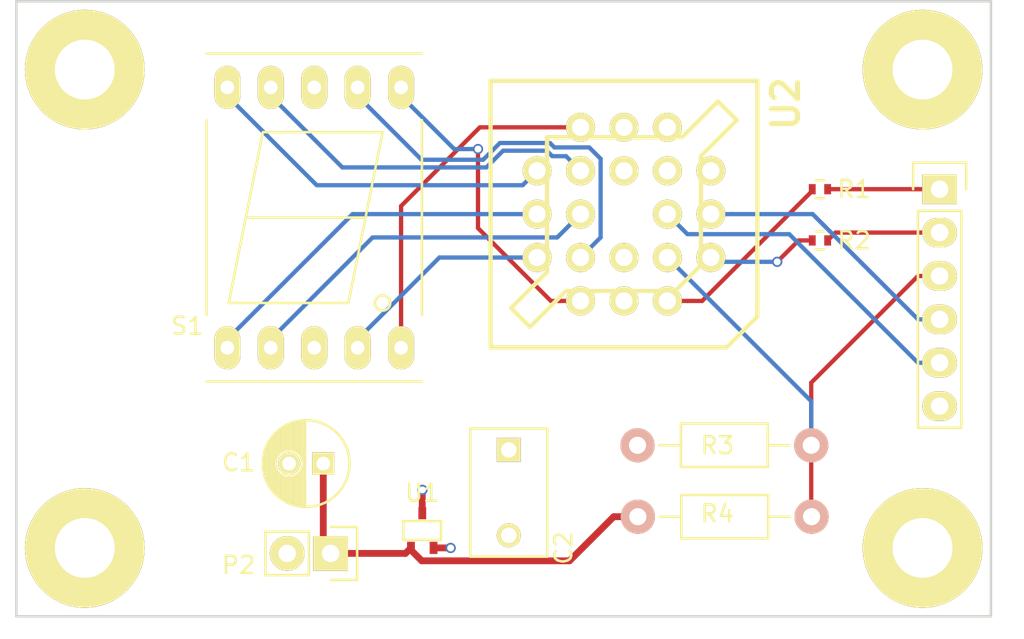
<source format=kicad_pcb>
(kicad_pcb (version 4) (host pcbnew 4.0.4+e1-6308~48~ubuntu16.04.1-stable)

  (general
    (links 31)
    (no_connects 31)
    (area 131.966667 98.924999 192.033334 136.575)
    (thickness 1.6)
    (drawings 4)
    (tracks 124)
    (zones 0)
    (modules 15)
    (nets 27)
  )

  (page A4)
  (layers
    (0 F.Cu signal)
    (1 In1.Cu signal)
    (2 In2.Cu signal)
    (31 B.Cu signal)
    (33 F.Adhes user)
    (35 F.Paste user)
    (37 F.SilkS user)
    (39 F.Mask user)
    (40 Dwgs.User user)
    (41 Cmts.User user)
    (42 Eco1.User user)
    (43 Eco2.User user)
    (44 Edge.Cuts user)
    (45 Margin user)
    (47 F.CrtYd user)
    (49 F.Fab user)
  )

  (setup
    (last_trace_width 0.25)
    (trace_clearance 0.2)
    (zone_clearance 0.508)
    (zone_45_only no)
    (trace_min 0.2)
    (segment_width 0.2)
    (edge_width 0.15)
    (via_size 0.6)
    (via_drill 0.4)
    (via_min_size 0.4)
    (via_min_drill 0.3)
    (user_via 1 0.7)
    (uvia_size 0.3)
    (uvia_drill 0.1)
    (uvias_allowed no)
    (uvia_min_size 0.2)
    (uvia_min_drill 0.1)
    (pcb_text_width 0.3)
    (pcb_text_size 1.5 1.5)
    (mod_edge_width 0.15)
    (mod_text_size 1 1)
    (mod_text_width 0.15)
    (pad_size 1.524 1.524)
    (pad_drill 0.762)
    (pad_to_mask_clearance 0.2)
    (aux_axis_origin 0 0)
    (visible_elements FFFEEF7F)
    (pcbplotparams
      (layerselection 0x00030_80000001)
      (usegerberextensions false)
      (excludeedgelayer true)
      (linewidth 0.100000)
      (plotframeref false)
      (viasonmask false)
      (mode 1)
      (useauxorigin false)
      (hpglpennumber 1)
      (hpglpenspeed 20)
      (hpglpendiameter 15)
      (hpglpenoverlay 2)
      (psnegative false)
      (psa4output false)
      (plotreference true)
      (plotvalue true)
      (plotinvisibletext false)
      (padsonsilk false)
      (subtractmaskfromsilk false)
      (outputformat 1)
      (mirror false)
      (drillshape 1)
      (scaleselection 1)
      (outputdirectory ""))
  )

  (net 0 "")
  (net 1 /12V)
  (net 2 GND)
  (net 3 +3V3)
  (net 4 "Net-(P1-Pad1)")
  (net 5 "Net-(P1-Pad2)")
  (net 6 /DIV)
  (net 7 "Net-(P1-Pad4)")
  (net 8 "Net-(P1-Pad5)")
  (net 9 "Net-(R1-Pad1)")
  (net 10 "Net-(R2-Pad1)")
  (net 11 "Net-(S1-Pad1)")
  (net 12 "Net-(S1-Pad2)")
  (net 13 "Net-(S1-Pad4)")
  (net 14 "Net-(S1-Pad5)")
  (net 15 "Net-(S1-Pad6)")
  (net 16 "Net-(S1-Pad7)")
  (net 17 "Net-(S1-Pad9)")
  (net 18 "Net-(S1-Pad10)")
  (net 19 "Net-(U2-Pad9)")
  (net 20 "Net-(U2-Pad10)")
  (net 21 "Net-(U2-Pad11)")
  (net 22 "Net-(U2-Pad12)")
  (net 23 "Net-(P3-Pad1)")
  (net 24 "Net-(P4-Pad1)")
  (net 25 "Net-(P5-Pad1)")
  (net 26 "Net-(P6-Pad1)")

  (net_class Default "This is the default net class."
    (clearance 0.2)
    (trace_width 0.25)
    (via_dia 0.6)
    (via_drill 0.4)
    (uvia_dia 0.3)
    (uvia_drill 0.1)
    (add_net /DIV)
    (add_net "Net-(P1-Pad1)")
    (add_net "Net-(P1-Pad2)")
    (add_net "Net-(P1-Pad4)")
    (add_net "Net-(P1-Pad5)")
    (add_net "Net-(P3-Pad1)")
    (add_net "Net-(P4-Pad1)")
    (add_net "Net-(P5-Pad1)")
    (add_net "Net-(P6-Pad1)")
    (add_net "Net-(R1-Pad1)")
    (add_net "Net-(R2-Pad1)")
    (add_net "Net-(S1-Pad1)")
    (add_net "Net-(S1-Pad10)")
    (add_net "Net-(S1-Pad2)")
    (add_net "Net-(S1-Pad4)")
    (add_net "Net-(S1-Pad5)")
    (add_net "Net-(S1-Pad6)")
    (add_net "Net-(S1-Pad7)")
    (add_net "Net-(S1-Pad9)")
    (add_net "Net-(U2-Pad10)")
    (add_net "Net-(U2-Pad11)")
    (add_net "Net-(U2-Pad12)")
    (add_net "Net-(U2-Pad9)")
  )

  (net_class POWER ""
    (clearance 0.2)
    (trace_width 0.4)
    (via_dia 0.6)
    (via_drill 0.4)
    (uvia_dia 0.3)
    (uvia_drill 0.1)
    (add_net +3V3)
    (add_net /12V)
    (add_net GND)
  )

  (module Capacitors_ThroughHole:C_Radial_D5_L11_P2 (layer F.Cu) (tedit 57FF91BA) (tstamp 57FF8CFB)
    (at 150.95 126.06 180)
    (descr "Radial Electrolytic Capacitor 5mm x Length 11mm, Pitch 2mm")
    (tags "Electrolytic Capacitor")
    (path /57FF7B06)
    (fp_text reference C1 (at 4.95 0.06 180) (layer F.SilkS)
      (effects (font (size 1 1) (thickness 0.15)))
    )
    (fp_text value C (at 1 3.8 180) (layer F.Fab)
      (effects (font (size 1 1) (thickness 0.15)))
    )
    (fp_line (start 1.075 -2.499) (end 1.075 2.499) (layer F.SilkS) (width 0.15))
    (fp_line (start 1.215 -2.491) (end 1.215 -0.154) (layer F.SilkS) (width 0.15))
    (fp_line (start 1.215 0.154) (end 1.215 2.491) (layer F.SilkS) (width 0.15))
    (fp_line (start 1.355 -2.475) (end 1.355 -0.473) (layer F.SilkS) (width 0.15))
    (fp_line (start 1.355 0.473) (end 1.355 2.475) (layer F.SilkS) (width 0.15))
    (fp_line (start 1.495 -2.451) (end 1.495 -0.62) (layer F.SilkS) (width 0.15))
    (fp_line (start 1.495 0.62) (end 1.495 2.451) (layer F.SilkS) (width 0.15))
    (fp_line (start 1.635 -2.418) (end 1.635 -0.712) (layer F.SilkS) (width 0.15))
    (fp_line (start 1.635 0.712) (end 1.635 2.418) (layer F.SilkS) (width 0.15))
    (fp_line (start 1.775 -2.377) (end 1.775 -0.768) (layer F.SilkS) (width 0.15))
    (fp_line (start 1.775 0.768) (end 1.775 2.377) (layer F.SilkS) (width 0.15))
    (fp_line (start 1.915 -2.327) (end 1.915 -0.795) (layer F.SilkS) (width 0.15))
    (fp_line (start 1.915 0.795) (end 1.915 2.327) (layer F.SilkS) (width 0.15))
    (fp_line (start 2.055 -2.266) (end 2.055 -0.798) (layer F.SilkS) (width 0.15))
    (fp_line (start 2.055 0.798) (end 2.055 2.266) (layer F.SilkS) (width 0.15))
    (fp_line (start 2.195 -2.196) (end 2.195 -0.776) (layer F.SilkS) (width 0.15))
    (fp_line (start 2.195 0.776) (end 2.195 2.196) (layer F.SilkS) (width 0.15))
    (fp_line (start 2.335 -2.114) (end 2.335 -0.726) (layer F.SilkS) (width 0.15))
    (fp_line (start 2.335 0.726) (end 2.335 2.114) (layer F.SilkS) (width 0.15))
    (fp_line (start 2.475 -2.019) (end 2.475 -0.644) (layer F.SilkS) (width 0.15))
    (fp_line (start 2.475 0.644) (end 2.475 2.019) (layer F.SilkS) (width 0.15))
    (fp_line (start 2.615 -1.908) (end 2.615 -0.512) (layer F.SilkS) (width 0.15))
    (fp_line (start 2.615 0.512) (end 2.615 1.908) (layer F.SilkS) (width 0.15))
    (fp_line (start 2.755 -1.78) (end 2.755 -0.265) (layer F.SilkS) (width 0.15))
    (fp_line (start 2.755 0.265) (end 2.755 1.78) (layer F.SilkS) (width 0.15))
    (fp_line (start 2.895 -1.631) (end 2.895 1.631) (layer F.SilkS) (width 0.15))
    (fp_line (start 3.035 -1.452) (end 3.035 1.452) (layer F.SilkS) (width 0.15))
    (fp_line (start 3.175 -1.233) (end 3.175 1.233) (layer F.SilkS) (width 0.15))
    (fp_line (start 3.315 -0.944) (end 3.315 0.944) (layer F.SilkS) (width 0.15))
    (fp_line (start 3.455 -0.472) (end 3.455 0.472) (layer F.SilkS) (width 0.15))
    (fp_circle (center 2 0) (end 2 -0.8) (layer F.SilkS) (width 0.15))
    (fp_circle (center 1 0) (end 1 -2.5375) (layer F.SilkS) (width 0.15))
    (fp_circle (center 1 0) (end 1 -2.8) (layer F.CrtYd) (width 0.05))
    (pad 1 thru_hole rect (at 0 0 180) (size 1.3 1.3) (drill 0.8) (layers *.Cu *.Mask F.SilkS)
      (net 1 /12V))
    (pad 2 thru_hole circle (at 2 0 180) (size 1.3 1.3) (drill 0.8) (layers *.Cu *.Mask F.SilkS)
      (net 2 GND))
    (model Capacitors_ThroughHole.3dshapes/C_Radial_D5_L11_P2.wrl
      (at (xyz 0 0 0))
      (scale (xyz 1 1 1))
      (rotate (xyz 0 0 0))
    )
  )

  (module Capacitors_ThroughHole:C_Disc_D7.5_P5 (layer F.Cu) (tedit 57FF91AB) (tstamp 57FF8D01)
    (at 161.8 125.26 270)
    (descr "Capacitor 7.5mm Disc, Pitch 5mm")
    (tags Capacitor)
    (path /57FF7A61)
    (fp_text reference C2 (at 5.74 -3.2 270) (layer F.SilkS)
      (effects (font (size 1 1) (thickness 0.15)))
    )
    (fp_text value C (at 2.5 3.5 270) (layer F.Fab)
      (effects (font (size 1 1) (thickness 0.15)))
    )
    (fp_line (start -1.5 -2.5) (end 6.5 -2.5) (layer F.CrtYd) (width 0.05))
    (fp_line (start 6.5 -2.5) (end 6.5 2.5) (layer F.CrtYd) (width 0.05))
    (fp_line (start 6.5 2.5) (end -1.5 2.5) (layer F.CrtYd) (width 0.05))
    (fp_line (start -1.5 2.5) (end -1.5 -2.5) (layer F.CrtYd) (width 0.05))
    (fp_line (start -1.25 -2.25) (end 6.25 -2.25) (layer F.SilkS) (width 0.15))
    (fp_line (start 6.25 -2.25) (end 6.25 2.25) (layer F.SilkS) (width 0.15))
    (fp_line (start 6.25 2.25) (end -1.25 2.25) (layer F.SilkS) (width 0.15))
    (fp_line (start -1.25 2.25) (end -1.25 -2.25) (layer F.SilkS) (width 0.15))
    (pad 1 thru_hole rect (at 0 0 270) (size 1.4 1.4) (drill 0.9) (layers *.Cu *.Mask F.SilkS)
      (net 3 +3V3))
    (pad 2 thru_hole circle (at 5 0 270) (size 1.4 1.4) (drill 0.9) (layers *.Cu *.Mask F.SilkS)
      (net 2 GND))
    (model Capacitors_ThroughHole.3dshapes/C_Disc_D7.5_P5.wrl
      (at (xyz 0.0984252 0 0))
      (scale (xyz 1 1 1))
      (rotate (xyz 0 0 0))
    )
  )

  (module Pin_Headers:Pin_Header_Straight_1x06 (layer F.Cu) (tedit 0) (tstamp 57FF8D0B)
    (at 187 110)
    (descr "Through hole pin header")
    (tags "pin header")
    (path /57FF8563)
    (fp_text reference P1 (at 0 -5.1) (layer F.SilkS)
      (effects (font (size 1 1) (thickness 0.15)))
    )
    (fp_text value CONN_01X06 (at 0 -3.1) (layer F.Fab)
      (effects (font (size 1 1) (thickness 0.15)))
    )
    (fp_line (start -1.75 -1.75) (end -1.75 14.45) (layer F.CrtYd) (width 0.05))
    (fp_line (start 1.75 -1.75) (end 1.75 14.45) (layer F.CrtYd) (width 0.05))
    (fp_line (start -1.75 -1.75) (end 1.75 -1.75) (layer F.CrtYd) (width 0.05))
    (fp_line (start -1.75 14.45) (end 1.75 14.45) (layer F.CrtYd) (width 0.05))
    (fp_line (start 1.27 1.27) (end 1.27 13.97) (layer F.SilkS) (width 0.15))
    (fp_line (start 1.27 13.97) (end -1.27 13.97) (layer F.SilkS) (width 0.15))
    (fp_line (start -1.27 13.97) (end -1.27 1.27) (layer F.SilkS) (width 0.15))
    (fp_line (start 1.55 -1.55) (end 1.55 0) (layer F.SilkS) (width 0.15))
    (fp_line (start 1.27 1.27) (end -1.27 1.27) (layer F.SilkS) (width 0.15))
    (fp_line (start -1.55 0) (end -1.55 -1.55) (layer F.SilkS) (width 0.15))
    (fp_line (start -1.55 -1.55) (end 1.55 -1.55) (layer F.SilkS) (width 0.15))
    (pad 1 thru_hole rect (at 0 0) (size 2.032 1.7272) (drill 1.016) (layers *.Cu *.Mask F.SilkS)
      (net 4 "Net-(P1-Pad1)"))
    (pad 2 thru_hole oval (at 0 2.54) (size 2.032 1.7272) (drill 1.016) (layers *.Cu *.Mask F.SilkS)
      (net 5 "Net-(P1-Pad2)"))
    (pad 3 thru_hole oval (at 0 5.08) (size 2.032 1.7272) (drill 1.016) (layers *.Cu *.Mask F.SilkS)
      (net 6 /DIV))
    (pad 4 thru_hole oval (at 0 7.62) (size 2.032 1.7272) (drill 1.016) (layers *.Cu *.Mask F.SilkS)
      (net 7 "Net-(P1-Pad4)"))
    (pad 5 thru_hole oval (at 0 10.16) (size 2.032 1.7272) (drill 1.016) (layers *.Cu *.Mask F.SilkS)
      (net 8 "Net-(P1-Pad5)"))
    (pad 6 thru_hole oval (at 0 12.7) (size 2.032 1.7272) (drill 1.016) (layers *.Cu *.Mask F.SilkS)
      (net 2 GND))
    (model Pin_Headers.3dshapes/Pin_Header_Straight_1x06.wrl
      (at (xyz 0 -0.25 0))
      (scale (xyz 1 1 1))
      (rotate (xyz 0 0 90))
    )
  )

  (module Pin_Headers:Pin_Header_Straight_1x02 (layer F.Cu) (tedit 57FF91B4) (tstamp 57FF8D11)
    (at 151.38 131.32 270)
    (descr "Through hole pin header")
    (tags "pin header")
    (path /57FF8861)
    (fp_text reference P2 (at 0.68 5.38 360) (layer F.SilkS)
      (effects (font (size 1 1) (thickness 0.15)))
    )
    (fp_text value CONN_01X02 (at 0 -3.1 270) (layer F.Fab)
      (effects (font (size 1 1) (thickness 0.15)))
    )
    (fp_line (start 1.27 1.27) (end 1.27 3.81) (layer F.SilkS) (width 0.15))
    (fp_line (start 1.55 -1.55) (end 1.55 0) (layer F.SilkS) (width 0.15))
    (fp_line (start -1.75 -1.75) (end -1.75 4.3) (layer F.CrtYd) (width 0.05))
    (fp_line (start 1.75 -1.75) (end 1.75 4.3) (layer F.CrtYd) (width 0.05))
    (fp_line (start -1.75 -1.75) (end 1.75 -1.75) (layer F.CrtYd) (width 0.05))
    (fp_line (start -1.75 4.3) (end 1.75 4.3) (layer F.CrtYd) (width 0.05))
    (fp_line (start 1.27 1.27) (end -1.27 1.27) (layer F.SilkS) (width 0.15))
    (fp_line (start -1.55 0) (end -1.55 -1.55) (layer F.SilkS) (width 0.15))
    (fp_line (start -1.55 -1.55) (end 1.55 -1.55) (layer F.SilkS) (width 0.15))
    (fp_line (start -1.27 1.27) (end -1.27 3.81) (layer F.SilkS) (width 0.15))
    (fp_line (start -1.27 3.81) (end 1.27 3.81) (layer F.SilkS) (width 0.15))
    (pad 1 thru_hole rect (at 0 0 270) (size 2.032 2.032) (drill 1.016) (layers *.Cu *.Mask F.SilkS)
      (net 1 /12V))
    (pad 2 thru_hole oval (at 0 2.54 270) (size 2.032 2.032) (drill 1.016) (layers *.Cu *.Mask F.SilkS)
      (net 2 GND))
    (model Pin_Headers.3dshapes/Pin_Header_Straight_1x02.wrl
      (at (xyz 0 -0.05 0))
      (scale (xyz 1 1 1))
      (rotate (xyz 0 0 90))
    )
  )

  (module Resistors_SMD:R_0402 (layer F.Cu) (tedit 57FF90CA) (tstamp 57FF8D17)
    (at 180 110)
    (descr "Resistor SMD 0402, reflow soldering, Vishay (see dcrcw.pdf)")
    (tags "resistor 0402")
    (path /57FF83DC)
    (attr smd)
    (fp_text reference R1 (at 2 0) (layer F.SilkS)
      (effects (font (size 1 1) (thickness 0.15)))
    )
    (fp_text value R (at 0 1.8) (layer F.Fab)
      (effects (font (size 1 1) (thickness 0.15)))
    )
    (fp_line (start -0.95 -0.65) (end 0.95 -0.65) (layer F.CrtYd) (width 0.05))
    (fp_line (start -0.95 0.65) (end 0.95 0.65) (layer F.CrtYd) (width 0.05))
    (fp_line (start -0.95 -0.65) (end -0.95 0.65) (layer F.CrtYd) (width 0.05))
    (fp_line (start 0.95 -0.65) (end 0.95 0.65) (layer F.CrtYd) (width 0.05))
    (fp_line (start 0.25 -0.525) (end -0.25 -0.525) (layer F.SilkS) (width 0.15))
    (fp_line (start -0.25 0.525) (end 0.25 0.525) (layer F.SilkS) (width 0.15))
    (pad 1 smd rect (at -0.45 0) (size 0.4 0.6) (layers F.Cu F.Paste F.Mask)
      (net 9 "Net-(R1-Pad1)"))
    (pad 2 smd rect (at 0.45 0) (size 0.4 0.6) (layers F.Cu F.Paste F.Mask)
      (net 4 "Net-(P1-Pad1)"))
    (model Resistors_SMD.3dshapes/R_0402.wrl
      (at (xyz 0 0 0))
      (scale (xyz 1 1 1))
      (rotate (xyz 0 0 0))
    )
  )

  (module Resistors_SMD:R_0402 (layer F.Cu) (tedit 57FF90CD) (tstamp 57FF8D1D)
    (at 180 113)
    (descr "Resistor SMD 0402, reflow soldering, Vishay (see dcrcw.pdf)")
    (tags "resistor 0402")
    (path /57FF8328)
    (attr smd)
    (fp_text reference R2 (at 2 0) (layer F.SilkS)
      (effects (font (size 1 1) (thickness 0.15)))
    )
    (fp_text value R (at 0 1.8) (layer F.Fab)
      (effects (font (size 1 1) (thickness 0.15)))
    )
    (fp_line (start -0.95 -0.65) (end 0.95 -0.65) (layer F.CrtYd) (width 0.05))
    (fp_line (start -0.95 0.65) (end 0.95 0.65) (layer F.CrtYd) (width 0.05))
    (fp_line (start -0.95 -0.65) (end -0.95 0.65) (layer F.CrtYd) (width 0.05))
    (fp_line (start 0.95 -0.65) (end 0.95 0.65) (layer F.CrtYd) (width 0.05))
    (fp_line (start 0.25 -0.525) (end -0.25 -0.525) (layer F.SilkS) (width 0.15))
    (fp_line (start -0.25 0.525) (end 0.25 0.525) (layer F.SilkS) (width 0.15))
    (pad 1 smd rect (at -0.45 0) (size 0.4 0.6) (layers F.Cu F.Paste F.Mask)
      (net 10 "Net-(R2-Pad1)"))
    (pad 2 smd rect (at 0.45 0) (size 0.4 0.6) (layers F.Cu F.Paste F.Mask)
      (net 5 "Net-(P1-Pad2)"))
    (model Resistors_SMD.3dshapes/R_0402.wrl
      (at (xyz 0 0 0))
      (scale (xyz 1 1 1))
      (rotate (xyz 0 0 0))
    )
  )

  (module Resistors_ThroughHole:Resistor_Horizontal_RM10mm (layer F.Cu) (tedit 57FF91A6) (tstamp 57FF8D23)
    (at 169.35 129.17)
    (descr "Resistor, Axial,  RM 10mm, 1/3W")
    (tags "Resistor Axial RM 10mm 1/3W")
    (path /57FF7C68)
    (fp_text reference R3 (at 4.65 -4.17) (layer F.SilkS)
      (effects (font (size 1 1) (thickness 0.15)))
    )
    (fp_text value R (at 5.08 3.81) (layer F.Fab)
      (effects (font (size 1 1) (thickness 0.15)))
    )
    (fp_line (start -1.25 -1.5) (end 11.4 -1.5) (layer F.CrtYd) (width 0.05))
    (fp_line (start -1.25 1.5) (end -1.25 -1.5) (layer F.CrtYd) (width 0.05))
    (fp_line (start 11.4 -1.5) (end 11.4 1.5) (layer F.CrtYd) (width 0.05))
    (fp_line (start -1.25 1.5) (end 11.4 1.5) (layer F.CrtYd) (width 0.05))
    (fp_line (start 2.54 -1.27) (end 7.62 -1.27) (layer F.SilkS) (width 0.15))
    (fp_line (start 7.62 -1.27) (end 7.62 1.27) (layer F.SilkS) (width 0.15))
    (fp_line (start 7.62 1.27) (end 2.54 1.27) (layer F.SilkS) (width 0.15))
    (fp_line (start 2.54 1.27) (end 2.54 -1.27) (layer F.SilkS) (width 0.15))
    (fp_line (start 2.54 0) (end 1.27 0) (layer F.SilkS) (width 0.15))
    (fp_line (start 7.62 0) (end 8.89 0) (layer F.SilkS) (width 0.15))
    (pad 1 thru_hole circle (at 0 0) (size 1.99898 1.99898) (drill 1.00076) (layers *.Cu *.SilkS *.Mask)
      (net 1 /12V))
    (pad 2 thru_hole circle (at 10.16 0) (size 1.99898 1.99898) (drill 1.00076) (layers *.Cu *.SilkS *.Mask)
      (net 6 /DIV))
    (model Resistors_ThroughHole.3dshapes/Resistor_Horizontal_RM10mm.wrl
      (at (xyz 0.2 0 0))
      (scale (xyz 0.4 0.4 0.4))
      (rotate (xyz 0 0 0))
    )
  )

  (module Resistors_ThroughHole:Resistor_Horizontal_RM10mm (layer F.Cu) (tedit 57FF919F) (tstamp 57FF8D29)
    (at 179.49 124.99 180)
    (descr "Resistor, Axial,  RM 10mm, 1/3W")
    (tags "Resistor Axial RM 10mm 1/3W")
    (path /57FF8D0B)
    (fp_text reference R4 (at 5.49 -4.01 180) (layer F.SilkS)
      (effects (font (size 1 1) (thickness 0.15)))
    )
    (fp_text value R (at 5.08 3.81 180) (layer F.Fab)
      (effects (font (size 1 1) (thickness 0.15)))
    )
    (fp_line (start -1.25 -1.5) (end 11.4 -1.5) (layer F.CrtYd) (width 0.05))
    (fp_line (start -1.25 1.5) (end -1.25 -1.5) (layer F.CrtYd) (width 0.05))
    (fp_line (start 11.4 -1.5) (end 11.4 1.5) (layer F.CrtYd) (width 0.05))
    (fp_line (start -1.25 1.5) (end 11.4 1.5) (layer F.CrtYd) (width 0.05))
    (fp_line (start 2.54 -1.27) (end 7.62 -1.27) (layer F.SilkS) (width 0.15))
    (fp_line (start 7.62 -1.27) (end 7.62 1.27) (layer F.SilkS) (width 0.15))
    (fp_line (start 7.62 1.27) (end 2.54 1.27) (layer F.SilkS) (width 0.15))
    (fp_line (start 2.54 1.27) (end 2.54 -1.27) (layer F.SilkS) (width 0.15))
    (fp_line (start 2.54 0) (end 1.27 0) (layer F.SilkS) (width 0.15))
    (fp_line (start 7.62 0) (end 8.89 0) (layer F.SilkS) (width 0.15))
    (pad 1 thru_hole circle (at 0 0 180) (size 1.99898 1.99898) (drill 1.00076) (layers *.Cu *.SilkS *.Mask)
      (net 6 /DIV))
    (pad 2 thru_hole circle (at 10.16 0 180) (size 1.99898 1.99898) (drill 1.00076) (layers *.Cu *.SilkS *.Mask)
      (net 2 GND))
    (model Resistors_ThroughHole.3dshapes/Resistor_Horizontal_RM10mm.wrl
      (at (xyz 0.2 0 0))
      (scale (xyz 0.4 0.4 0.4))
      (rotate (xyz 0 0 0))
    )
  )

  (module Displays_7-Segment:7SegmentLED_LTS6760_LTS6780 (layer F.Cu) (tedit 57FF90DD) (tstamp 57FF8D37)
    (at 150.42 111.66)
    (path /57FF7DDE)
    (fp_text reference S1 (at -7.42 6.34) (layer F.SilkS)
      (effects (font (size 1 1) (thickness 0.15)))
    )
    (fp_text value 7SEGM (at -0.4 12) (layer F.Fab)
      (effects (font (size 1 1) (thickness 0.15)))
    )
    (fp_circle (center 4 5) (end 4.4 5.2) (layer F.SilkS) (width 0.15))
    (fp_line (start -3 -5) (end -4 0) (layer F.SilkS) (width 0.15))
    (fp_line (start -4 0) (end -5 5) (layer F.SilkS) (width 0.15))
    (fp_line (start -5 5) (end 2 5) (layer F.SilkS) (width 0.15))
    (fp_line (start 2 5) (end 3 0) (layer F.SilkS) (width 0.15))
    (fp_line (start 4 -5) (end 3 0) (layer F.SilkS) (width 0.15))
    (fp_line (start 3 0) (end -4 0) (layer F.SilkS) (width 0.15))
    (fp_line (start -3 -5) (end 4 -5) (layer F.SilkS) (width 0.15))
    (fp_line (start 6.3 9.6) (end -6.3 9.6) (layer F.SilkS) (width 0.15))
    (fp_line (start -6.3 -5.7) (end -6.3 5.7) (layer F.SilkS) (width 0.15))
    (fp_line (start 6.3 -5.7) (end 6.3 5.7) (layer F.SilkS) (width 0.15))
    (fp_line (start -6.3 -9.6) (end 6.3 -9.6) (layer F.SilkS) (width 0.15))
    (pad 1 thru_hole oval (at -5.08 7.62) (size 1.524 2.524) (drill 0.8) (layers *.Cu *.Mask F.SilkS)
      (net 11 "Net-(S1-Pad1)"))
    (pad 2 thru_hole oval (at -2.54 7.62) (size 1.524 2.524) (drill 0.8) (layers *.Cu *.Mask F.SilkS)
      (net 12 "Net-(S1-Pad2)"))
    (pad 3 thru_hole oval (at 0 7.62) (size 1.524 2.524) (drill 0.8) (layers *.Cu *.Mask F.SilkS)
      (net 2 GND))
    (pad 4 thru_hole oval (at 2.54 7.62) (size 1.524 2.524) (drill 0.8) (layers *.Cu *.Mask F.SilkS)
      (net 13 "Net-(S1-Pad4)"))
    (pad 5 thru_hole oval (at 5.08 7.62) (size 1.524 2.524) (drill 0.8) (layers *.Cu *.Mask F.SilkS)
      (net 14 "Net-(S1-Pad5)"))
    (pad 6 thru_hole oval (at 5.08 -7.62) (size 1.524 2.524) (drill 0.8) (layers *.Cu *.Mask F.SilkS)
      (net 15 "Net-(S1-Pad6)"))
    (pad 7 thru_hole oval (at 2.54 -7.62) (size 1.524 2.524) (drill 0.8) (layers *.Cu *.Mask F.SilkS)
      (net 16 "Net-(S1-Pad7)"))
    (pad 8 thru_hole oval (at 0 -7.62) (size 1.524 2.524) (drill 0.8) (layers *.Cu *.Mask F.SilkS)
      (net 2 GND))
    (pad 9 thru_hole oval (at -2.54 -7.62) (size 1.524 2.524) (drill 0.8) (layers *.Cu *.Mask F.SilkS)
      (net 17 "Net-(S1-Pad9)"))
    (pad 10 thru_hole oval (at -5.08 -7.62) (size 1.524 2.524) (drill 0.8) (layers *.Cu *.Mask F.SilkS)
      (net 18 "Net-(S1-Pad10)"))
    (model Displays_7-Segment.3dshapes/7SegmentLED_LTS6760_LTS6780.wrl
      (at (xyz 0 0 0))
      (scale (xyz 0.3937 0.3937 0.3937))
      (rotate (xyz 0 0 0))
    )
  )

  (module MY_FOOTPRINTS:SC-70 (layer F.Cu) (tedit 56EA2234) (tstamp 57FF8D47)
    (at 156.74 129.98)
    (descr "SC70 SOT323")
    (path /57FFA250)
    (attr smd)
    (fp_text reference U1 (at 0 -2.2) (layer F.SilkS)
      (effects (font (size 1 1) (thickness 0.15)))
    )
    (fp_text value REG12V3V (at 0 2.4) (layer F.Fab)
      (effects (font (size 1 1) (thickness 0.15)))
    )
    (fp_line (start 1.3 -1.7) (end 1.3 1.7) (layer F.CrtYd) (width 0.05))
    (fp_line (start -1.3 -1.7) (end 1.3 -1.7) (layer F.CrtYd) (width 0.05))
    (fp_line (start -1.3 1.7) (end -1.3 -1.7) (layer F.CrtYd) (width 0.05))
    (fp_line (start 1.3 1.7) (end -1.3 1.7) (layer F.CrtYd) (width 0.05))
    (fp_line (start -1.1 -0.55) (end -1.1 0.55) (layer F.SilkS) (width 0.15))
    (fp_line (start -1.1 0.55) (end 1.1 0.55) (layer F.SilkS) (width 0.15))
    (fp_line (start 1.1 0.55) (end 1.1 -0.55) (layer F.SilkS) (width 0.15))
    (fp_line (start 1.1 -0.55) (end -1.05 -0.55) (layer F.SilkS) (width 0.15))
    (fp_line (start -1.05 -0.55) (end -1.1 -0.55) (layer F.SilkS) (width 0.15))
    (pad 1 smd rect (at -0.6604 1.016) (size 0.4572 0.7112) (layers F.Cu F.Paste F.Mask)
      (net 1 /12V))
    (pad 2 smd rect (at 0.6604 1.016) (size 0.4572 0.7112) (layers F.Cu F.Paste F.Mask)
      (net 2 GND))
    (pad 3 smd rect (at 0 -1.016) (size 0.4572 0.7112) (layers F.Cu F.Paste F.Mask)
      (net 3 +3V3))
    (model TO_SOT_Packages_SMD.3dshapes/SC-70.wrl
      (at (xyz 0 0 0))
      (scale (xyz 1 1 1))
      (rotate (xyz 0 0 0))
    )
  )

  (module w_pth_plcc:plcc20_pth-skt (layer F.Cu) (tedit 57FF9194) (tstamp 57FF8D5F)
    (at 168.537341 111.4592)
    (path /57FF8066)
    (fp_text reference U2 (at 9.462659 -6.4592 90) (layer F.SilkS)
      (effects (font (thickness 0.3048)))
    )
    (fp_text value MYASIC (at 0.462659 9.5408) (layer F.SilkS) hide
      (effects (font (thickness 0.3048)))
    )
    (fp_line (start -4.50088 3.40106) (end -4.50088 -4.50088) (layer F.SilkS) (width 0.254))
    (fp_line (start -4.50088 -4.50088) (end 3.40106 -4.50088) (layer F.SilkS) (width 0.254))
    (fp_line (start 3.40106 -4.50088) (end 5.4991 -6.59892) (layer F.SilkS) (width 0.254))
    (fp_line (start 5.4991 -6.59892) (end 6.59892 -5.4991) (layer F.SilkS) (width 0.254))
    (fp_line (start 6.59892 -5.4991) (end 4.50088 -3.40106) (layer F.SilkS) (width 0.254))
    (fp_line (start 4.50088 -3.40106) (end 4.50088 2.99974) (layer F.SilkS) (width 0.254))
    (fp_line (start 4.50088 2.99974) (end 2.99974 4.50088) (layer F.SilkS) (width 0.254))
    (fp_line (start 2.99974 4.50088) (end -3.40106 4.50088) (layer F.SilkS) (width 0.254))
    (fp_line (start -4.50088 3.40106) (end -6.59892 5.4991) (layer F.SilkS) (width 0.254))
    (fp_line (start -6.59892 5.4991) (end -5.4991 6.59892) (layer F.SilkS) (width 0.254))
    (fp_line (start -5.4991 6.59892) (end -3.40106 4.50088) (layer F.SilkS) (width 0.254))
    (fp_line (start 7.80034 -7.80034) (end -7.80034 -7.80034) (layer F.SilkS) (width 0.254))
    (fp_line (start -7.80034 -7.80034) (end -7.80034 7.80034) (layer F.SilkS) (width 0.254))
    (fp_line (start -7.80034 7.80034) (end 5.99948 7.80034) (layer F.SilkS) (width 0.254))
    (fp_line (start 5.99948 7.80034) (end 7.80034 5.99948) (layer F.SilkS) (width 0.254))
    (fp_line (start 7.80034 5.99948) (end 7.80034 -7.80034) (layer F.SilkS) (width 0.254))
    (pad 1 thru_hole circle (at 0 5.08) (size 1.69926 1.69926) (drill 1.00076) (layers *.Cu *.Mask F.SilkS)
      (net 3 +3V3))
    (pad 2 thru_hole circle (at 0 2.54) (size 1.69926 1.69926) (drill 1.00076) (layers *.Cu *.Mask F.SilkS)
      (net 2 GND))
    (pad 3 thru_hole circle (at 2.54 5.08) (size 1.69926 1.69926) (drill 1.00076) (layers *.Cu *.Mask F.SilkS)
      (net 9 "Net-(R1-Pad1)"))
    (pad 4 thru_hole circle (at 5.08 2.54) (size 1.69926 1.69926) (drill 1.00076) (layers *.Cu *.Mask F.SilkS)
      (net 10 "Net-(R2-Pad1)"))
    (pad 5 thru_hole circle (at 2.54 2.54) (size 1.69926 1.69926) (drill 1.00076) (layers *.Cu *.Mask F.SilkS)
      (net 6 /DIV))
    (pad 6 thru_hole circle (at 5.08 0) (size 1.69926 1.69926) (drill 1.00076) (layers *.Cu *.Mask F.SilkS)
      (net 7 "Net-(P1-Pad4)"))
    (pad 7 thru_hole circle (at 2.54 0) (size 1.69926 1.69926) (drill 1.00076) (layers *.Cu *.Mask F.SilkS)
      (net 8 "Net-(P1-Pad5)"))
    (pad 8 thru_hole circle (at 5.08 -2.54) (size 1.69926 1.69926) (drill 1.00076) (layers *.Cu *.Mask F.SilkS)
      (net 2 GND))
    (pad 9 thru_hole circle (at 2.54 -5.08) (size 1.69926 1.69926) (drill 1.00076) (layers *.Cu *.Mask F.SilkS)
      (net 19 "Net-(U2-Pad9)"))
    (pad 10 thru_hole circle (at 2.54 -2.54) (size 1.69926 1.69926) (drill 1.00076) (layers *.Cu *.Mask F.SilkS)
      (net 20 "Net-(U2-Pad10)"))
    (pad 11 thru_hole circle (at 0 -5.08) (size 1.69926 1.69926) (drill 1.00076) (layers *.Cu *.Mask F.SilkS)
      (net 21 "Net-(U2-Pad11)"))
    (pad 12 thru_hole circle (at 0 -2.54) (size 1.69926 1.69926) (drill 1.00076) (layers *.Cu *.Mask F.SilkS)
      (net 22 "Net-(U2-Pad12)"))
    (pad 13 thru_hole circle (at -2.54 -5.08) (size 1.69926 1.69926) (drill 1.00076) (layers *.Cu *.Mask F.SilkS)
      (net 14 "Net-(S1-Pad5)"))
    (pad 14 thru_hole circle (at -5.08 -2.54) (size 1.69926 1.69926) (drill 1.00076) (layers *.Cu *.Mask F.SilkS)
      (net 18 "Net-(S1-Pad10)"))
    (pad 15 thru_hole circle (at -2.54 -2.54) (size 1.69926 1.69926) (drill 1.00076) (layers *.Cu *.Mask F.SilkS)
      (net 17 "Net-(S1-Pad9)"))
    (pad 16 thru_hole circle (at -5.08 0) (size 1.69926 1.69926) (drill 1.00076) (layers *.Cu *.Mask F.SilkS)
      (net 11 "Net-(S1-Pad1)"))
    (pad 17 thru_hole circle (at -2.54 0) (size 1.69926 1.69926) (drill 1.00076) (layers *.Cu *.Mask F.SilkS)
      (net 12 "Net-(S1-Pad2)"))
    (pad 18 thru_hole circle (at -5.08 2.54) (size 1.69926 1.69926) (drill 1.00076) (layers *.Cu *.Mask F.SilkS)
      (net 13 "Net-(S1-Pad4)"))
    (pad 19 thru_hole circle (at -2.54 5.08) (size 1.69926 1.69926) (drill 1.00076) (layers *.Cu *.Mask F.SilkS)
      (net 15 "Net-(S1-Pad6)"))
    (pad 20 thru_hole circle (at -2.54 2.54) (size 1.69926 1.69926) (drill 1.00076) (layers *.Cu *.Mask F.SilkS)
      (net 16 "Net-(S1-Pad7)"))
    (model walter/pth_plcc/plcc20_pth-skt.wrl
      (at (xyz 0 0 0))
      (scale (xyz 1 1 1))
      (rotate (xyz 0 0 0))
    )
  )

  (module Mounting_Holes:MountingHole_3.5mm_Pad (layer F.Cu) (tedit 57FF90D8) (tstamp 57FF8FC9)
    (at 137 103)
    (descr "Mounting Hole 3.5mm")
    (tags "mounting hole 3.5mm")
    (path /57FFAC41)
    (fp_text reference P3 (at 0 0) (layer F.SilkS)
      (effects (font (size 1 1) (thickness 0.15)))
    )
    (fp_text value CONN_01X01 (at 0 4.5) (layer F.Fab)
      (effects (font (size 1 1) (thickness 0.15)))
    )
    (fp_circle (center 0 0) (end 3.5 0) (layer Cmts.User) (width 0.15))
    (fp_circle (center 0 0) (end 3.75 0) (layer F.CrtYd) (width 0.05))
    (pad 1 thru_hole circle (at 0 0) (size 7 7) (drill 3.5) (layers *.Cu *.Mask F.SilkS)
      (net 23 "Net-(P3-Pad1)"))
  )

  (module Mounting_Holes:MountingHole_3.5mm_Pad (layer F.Cu) (tedit 57FF90D0) (tstamp 57FF8FCE)
    (at 186 103)
    (descr "Mounting Hole 3.5mm")
    (tags "mounting hole 3.5mm")
    (path /57FFAE8D)
    (fp_text reference P4 (at 0 0) (layer F.SilkS)
      (effects (font (size 1 1) (thickness 0.15)))
    )
    (fp_text value CONN_01X01 (at 0 4.5) (layer F.Fab)
      (effects (font (size 1 1) (thickness 0.15)))
    )
    (fp_circle (center 0 0) (end 3.5 0) (layer Cmts.User) (width 0.15))
    (fp_circle (center 0 0) (end 3.75 0) (layer F.CrtYd) (width 0.05))
    (pad 1 thru_hole circle (at 0 0) (size 7 7) (drill 3.5) (layers *.Cu *.Mask F.SilkS)
      (net 24 "Net-(P4-Pad1)"))
  )

  (module Mounting_Holes:MountingHole_3.5mm_Pad (layer F.Cu) (tedit 57FF90E1) (tstamp 57FF8FD3)
    (at 137 131)
    (descr "Mounting Hole 3.5mm")
    (tags "mounting hole 3.5mm")
    (path /57FFADF8)
    (fp_text reference P5 (at 0 1) (layer F.SilkS)
      (effects (font (size 1 1) (thickness 0.15)))
    )
    (fp_text value CONN_01X01 (at 0 4.5) (layer F.Fab)
      (effects (font (size 1 1) (thickness 0.15)))
    )
    (fp_circle (center 0 0) (end 3.5 0) (layer Cmts.User) (width 0.15))
    (fp_circle (center 0 0) (end 3.75 0) (layer F.CrtYd) (width 0.05))
    (pad 1 thru_hole circle (at 0 0) (size 7 7) (drill 3.5) (layers *.Cu *.Mask F.SilkS)
      (net 25 "Net-(P5-Pad1)"))
  )

  (module Mounting_Holes:MountingHole_3.5mm_Pad (layer F.Cu) (tedit 57FF90D2) (tstamp 57FF8FD8)
    (at 186 131)
    (descr "Mounting Hole 3.5mm")
    (tags "mounting hole 3.5mm")
    (path /57FFAE45)
    (fp_text reference P6 (at 0 0) (layer F.SilkS)
      (effects (font (size 1 1) (thickness 0.15)))
    )
    (fp_text value CONN_01X01 (at 0 4.5) (layer F.Fab)
      (effects (font (size 1 1) (thickness 0.15)))
    )
    (fp_circle (center 0 0) (end 3.5 0) (layer Cmts.User) (width 0.15))
    (fp_circle (center 0 0) (end 3.75 0) (layer F.CrtYd) (width 0.05))
    (pad 1 thru_hole circle (at 0 0) (size 7 7) (drill 3.5) (layers *.Cu *.Mask F.SilkS)
      (net 26 "Net-(P6-Pad1)"))
  )

  (gr_line (start 133 135) (end 133 99) (angle 90) (layer Edge.Cuts) (width 0.15))
  (gr_line (start 190 135) (end 133 135) (angle 90) (layer Edge.Cuts) (width 0.15))
  (gr_line (start 190 99) (end 190 135) (angle 90) (layer Edge.Cuts) (width 0.15))
  (gr_line (start 133 99) (end 190 99) (angle 90) (layer Edge.Cuts) (width 0.15))

  (segment (start 151.38 131.32) (end 155.7556 131.32) (width 0.4) (layer F.Cu) (net 1))
  (segment (start 155.7556 131.32) (end 156.0796 130.996) (width 0.4) (layer F.Cu) (net 1))
  (segment (start 150.95 126.06) (end 150.95 130.89) (width 0.4) (layer F.Cu) (net 1))
  (segment (start 150.95 130.89) (end 151.38 131.32) (width 0.4) (layer F.Cu) (net 1))
  (segment (start 169.35 129.17) (end 167.936508 129.17) (width 0.4) (layer F.Cu) (net 1))
  (segment (start 167.936508 129.17) (end 165.354907 131.751601) (width 0.4) (layer F.Cu) (net 1))
  (segment (start 165.354907 131.751601) (end 156.7082 131.7516) (width 0.4) (layer F.Cu) (net 1))
  (segment (start 156.7082 131.7516) (end 156.0796 131.123) (width 0.4) (layer F.Cu) (net 1))
  (segment (start 156.0796 131.123) (end 156.0796 130.996) (width 0.4) (layer F.Cu) (net 1))
  (segment (start 158.4 131) (end 161.06 131) (width 0.4) (layer In1.Cu) (net 2))
  (segment (start 161.06 131) (end 161.8 130.26) (width 0.4) (layer In1.Cu) (net 2))
  (segment (start 157.4004 130.996) (end 158.396 130.996) (width 0.4) (layer F.Cu) (net 2))
  (segment (start 158.396 130.996) (end 158.4 131) (width 0.4) (layer F.Cu) (net 2))
  (via (at 158.4 131) (size 0.6) (drill 0.4) (layers F.Cu B.Cu) (net 2))
  (segment (start 150.42 122.05) (end 165.3 122.05) (width 0.4) (layer In1.Cu) (net 2))
  (segment (start 165.3 122.05) (end 166.98771 122.05) (width 0.4) (layer In1.Cu) (net 2))
  (segment (start 161.8 130.26) (end 165.3 126.76) (width 0.4) (layer In1.Cu) (net 2))
  (segment (start 165.3 126.76) (end 165.3 122.05) (width 0.4) (layer In1.Cu) (net 2))
  (segment (start 150.42 122.05) (end 150.42 119.28) (width 0.4) (layer In1.Cu) (net 2))
  (segment (start 150.42 124.59) (end 150.42 122.05) (width 0.4) (layer In1.Cu) (net 2))
  (segment (start 167.28771 115.248831) (end 167.28771 122.35) (width 0.4) (layer In1.Cu) (net 2))
  (segment (start 167.28771 122.35) (end 167.28771 122.94771) (width 0.4) (layer In1.Cu) (net 2))
  (segment (start 166.98771 122.05) (end 167.28771 122.35) (width 0.4) (layer In1.Cu) (net 2))
  (segment (start 148.95 126.06) (end 150.42 124.59) (width 0.4) (layer In1.Cu) (net 2))
  (segment (start 148.84 131.32) (end 148.84 126.17) (width 0.4) (layer In1.Cu) (net 2))
  (segment (start 148.84 126.17) (end 148.95 126.06) (width 0.4) (layer In1.Cu) (net 2))
  (segment (start 150.42 104.04) (end 150.42 105.702) (width 0.4) (layer In1.Cu) (net 2))
  (segment (start 150.42 105.702) (end 157.426831 112.708831) (width 0.4) (layer In1.Cu) (net 2))
  (segment (start 157.426831 112.708831) (end 167.246972 112.708831) (width 0.4) (layer In1.Cu) (net 2))
  (segment (start 167.246972 112.708831) (end 167.687712 113.149571) (width 0.4) (layer In1.Cu) (net 2))
  (segment (start 167.687712 113.149571) (end 168.537341 113.9992) (width 0.4) (layer In1.Cu) (net 2))
  (segment (start 169.33 124.99) (end 171.62 122.7) (width 0.4) (layer In1.Cu) (net 2))
  (segment (start 171.62 122.7) (end 187 122.7) (width 0.4) (layer In1.Cu) (net 2))
  (segment (start 168.537341 113.9992) (end 167.28771 115.248831) (width 0.4) (layer In1.Cu) (net 2))
  (segment (start 167.28771 122.94771) (end 168.330511 123.990511) (width 0.4) (layer In1.Cu) (net 2))
  (segment (start 168.330511 123.990511) (end 169.33 124.99) (width 0.4) (layer In1.Cu) (net 2))
  (segment (start 173.617341 108.9192) (end 172.36771 110.168831) (width 0.4) (layer In1.Cu) (net 2))
  (segment (start 172.36771 110.168831) (end 170.518255 110.168831) (width 0.4) (layer In1.Cu) (net 2))
  (segment (start 168.537341 112.797642) (end 168.537341 113.9992) (width 0.4) (layer In1.Cu) (net 2))
  (segment (start 170.518255 110.168831) (end 168.537341 112.149745) (width 0.4) (layer In1.Cu) (net 2))
  (segment (start 168.537341 112.149745) (end 168.537341 112.797642) (width 0.4) (layer In1.Cu) (net 2))
  (segment (start 168.537341 116.5392) (end 168.537341 119.622659) (width 0.4) (layer In2.Cu) (net 3))
  (segment (start 168.537341 119.622659) (end 162.9 125.26) (width 0.4) (layer In2.Cu) (net 3))
  (segment (start 162.9 125.26) (end 161.8 125.26) (width 0.4) (layer In2.Cu) (net 3))
  (segment (start 156.75 127.6) (end 160.56 127.6) (width 0.4) (layer In2.Cu) (net 3))
  (segment (start 160.56 127.6) (end 161.8 126.36) (width 0.4) (layer In2.Cu) (net 3))
  (segment (start 161.8 126.36) (end 161.8 125.26) (width 0.4) (layer In2.Cu) (net 3))
  (segment (start 156.74 128.964) (end 156.74 127.61) (width 0.4) (layer F.Cu) (net 3))
  (segment (start 156.74 127.61) (end 156.75 127.6) (width 0.4) (layer F.Cu) (net 3))
  (via (at 156.75 127.6) (size 0.6) (drill 0.4) (layers F.Cu B.Cu) (net 3))
  (segment (start 187 110) (end 185.734 110) (width 0.25) (layer F.Cu) (net 4))
  (segment (start 185.734 110) (end 180.45 110) (width 0.25) (layer F.Cu) (net 4))
  (segment (start 187 112.54) (end 180.91 112.54) (width 0.25) (layer F.Cu) (net 5))
  (segment (start 180.91 112.54) (end 180.45 113) (width 0.25) (layer F.Cu) (net 5))
  (segment (start 179.49 124.99) (end 179.49 129.15) (width 0.25) (layer F.Cu) (net 6))
  (segment (start 179.49 129.15) (end 179.51 129.17) (width 0.25) (layer F.Cu) (net 6))
  (segment (start 171.077341 113.9992) (end 179.49 122.411859) (width 0.25) (layer B.Cu) (net 6))
  (segment (start 179.49 122.411859) (end 179.49 124.99) (width 0.25) (layer B.Cu) (net 6))
  (segment (start 187 115.08) (end 185.734 115.08) (width 0.25) (layer F.Cu) (net 6))
  (segment (start 185.734 115.08) (end 179.49 121.324) (width 0.25) (layer F.Cu) (net 6))
  (segment (start 179.49 121.324) (end 179.49 123.576508) (width 0.25) (layer F.Cu) (net 6))
  (segment (start 179.49 123.576508) (end 179.49 124.99) (width 0.25) (layer F.Cu) (net 6))
  (segment (start 187 117.62) (end 185.734 117.62) (width 0.25) (layer B.Cu) (net 7))
  (segment (start 174.818899 111.4592) (end 173.617341 111.4592) (width 0.25) (layer B.Cu) (net 7))
  (segment (start 185.734 117.62) (end 179.5732 111.4592) (width 0.25) (layer B.Cu) (net 7))
  (segment (start 179.5732 111.4592) (end 174.818899 111.4592) (width 0.25) (layer B.Cu) (net 7))
  (segment (start 187 120.16) (end 185.734 120.16) (width 0.25) (layer B.Cu) (net 8))
  (segment (start 185.734 120.16) (end 178.207831 112.633831) (width 0.25) (layer B.Cu) (net 8))
  (segment (start 178.207831 112.633831) (end 172.251972 112.633831) (width 0.25) (layer B.Cu) (net 8))
  (segment (start 172.251972 112.633831) (end 171.92697 112.308829) (width 0.25) (layer B.Cu) (net 8))
  (segment (start 171.92697 112.308829) (end 171.077341 111.4592) (width 0.25) (layer B.Cu) (net 8))
  (segment (start 179.55 110) (end 179.55 110.1) (width 0.25) (layer F.Cu) (net 9))
  (segment (start 179.55 110.1) (end 173.1108 116.5392) (width 0.25) (layer F.Cu) (net 9))
  (segment (start 173.1108 116.5392) (end 172.278899 116.5392) (width 0.25) (layer F.Cu) (net 9))
  (segment (start 172.278899 116.5392) (end 171.077341 116.5392) (width 0.25) (layer F.Cu) (net 9))
  (segment (start 177.5 114.25) (end 173.868141 114.25) (width 0.25) (layer B.Cu) (net 10))
  (segment (start 173.868141 114.25) (end 173.617341 113.9992) (width 0.25) (layer B.Cu) (net 10))
  (segment (start 179.55 113) (end 178.75 113) (width 0.25) (layer F.Cu) (net 10))
  (segment (start 178.75 113) (end 177.5 114.25) (width 0.25) (layer F.Cu) (net 10))
  (via (at 177.5 114.25) (size 0.6) (drill 0.4) (layers F.Cu B.Cu) (net 10))
  (segment (start 163.457341 111.4592) (end 152.6608 111.4592) (width 0.25) (layer B.Cu) (net 11))
  (segment (start 152.6608 111.4592) (end 145.34 118.78) (width 0.25) (layer B.Cu) (net 11))
  (segment (start 145.34 118.78) (end 145.34 119.28) (width 0.25) (layer B.Cu) (net 11))
  (segment (start 165.997341 111.4592) (end 164.631972 112.824569) (width 0.25) (layer B.Cu) (net 12))
  (segment (start 147.88 118.78) (end 147.88 119.28) (width 0.25) (layer B.Cu) (net 12))
  (segment (start 164.631972 112.824569) (end 153.835431 112.824569) (width 0.25) (layer B.Cu) (net 12))
  (segment (start 153.835431 112.824569) (end 147.88 118.78) (width 0.25) (layer B.Cu) (net 12))
  (segment (start 163.457341 113.9992) (end 157.7408 113.9992) (width 0.25) (layer B.Cu) (net 13))
  (segment (start 157.7408 113.9992) (end 152.96 118.78) (width 0.25) (layer B.Cu) (net 13))
  (segment (start 152.96 118.78) (end 152.96 119.28) (width 0.25) (layer B.Cu) (net 13))
  (segment (start 164.795783 106.3792) (end 165.997341 106.3792) (width 0.25) (layer F.Cu) (net 14))
  (segment (start 155.5 110.987222) (end 160.108022 106.3792) (width 0.25) (layer F.Cu) (net 14))
  (segment (start 155.5 119.28) (end 155.5 110.987222) (width 0.25) (layer F.Cu) (net 14))
  (segment (start 160.108022 106.3792) (end 164.795783 106.3792) (width 0.25) (layer F.Cu) (net 14))
  (segment (start 160 107.65) (end 160 112.280314) (width 0.25) (layer F.Cu) (net 15))
  (segment (start 160 112.280314) (end 164.258886 116.5392) (width 0.25) (layer F.Cu) (net 15))
  (segment (start 164.258886 116.5392) (end 164.795783 116.5392) (width 0.25) (layer F.Cu) (net 15))
  (segment (start 164.795783 116.5392) (end 165.997341 116.5392) (width 0.25) (layer F.Cu) (net 15))
  (via (at 160 107.65) (size 0.6) (drill 0.4) (layers F.Cu B.Cu) (net 15))
  (segment (start 155.5 104.04) (end 155.5 104.54) (width 0.25) (layer B.Cu) (net 15))
  (segment (start 155.5 104.54) (end 158.61 107.65) (width 0.25) (layer B.Cu) (net 15))
  (segment (start 158.61 107.65) (end 160 107.65) (width 0.25) (layer B.Cu) (net 15))
  (segment (start 160.300002 108.275002) (end 156.695002 108.275002) (width 0.25) (layer B.Cu) (net 16))
  (segment (start 152.96 104.54) (end 152.96 104.04) (width 0.25) (layer B.Cu) (net 16))
  (segment (start 167.171972 112.824569) (end 167.171972 108.221972) (width 0.25) (layer B.Cu) (net 16))
  (segment (start 156.695002 108.275002) (end 152.96 104.54) (width 0.25) (layer B.Cu) (net 16))
  (segment (start 167.171972 108.221972) (end 166.503831 107.553831) (width 0.25) (layer B.Cu) (net 16))
  (segment (start 164.207565 107.294558) (end 161.280446 107.294558) (width 0.25) (layer B.Cu) (net 16))
  (segment (start 164.466838 107.553831) (end 164.207565 107.294558) (width 0.25) (layer B.Cu) (net 16))
  (segment (start 166.503831 107.553831) (end 164.466838 107.553831) (width 0.25) (layer B.Cu) (net 16))
  (segment (start 165.997341 113.9992) (end 167.171972 112.824569) (width 0.25) (layer B.Cu) (net 16))
  (segment (start 161.280446 107.294558) (end 160.300002 108.275002) (width 0.25) (layer B.Cu) (net 16))
  (segment (start 147.88 104.54) (end 147.88 104.04) (width 0.25) (layer B.Cu) (net 17))
  (segment (start 152.065013 108.725013) (end 147.88 104.54) (width 0.25) (layer B.Cu) (net 17))
  (segment (start 160.486402 108.725013) (end 152.065013 108.725013) (width 0.25) (layer B.Cu) (net 17))
  (segment (start 161.466846 107.744569) (end 160.486402 108.725013) (width 0.25) (layer B.Cu) (net 17))
  (segment (start 164.021165 107.744569) (end 161.466846 107.744569) (width 0.25) (layer B.Cu) (net 17))
  (segment (start 165.147712 108.069571) (end 164.346167 108.069571) (width 0.25) (layer B.Cu) (net 17))
  (segment (start 165.997341 108.9192) (end 165.147712 108.069571) (width 0.25) (layer B.Cu) (net 17))
  (segment (start 164.346167 108.069571) (end 164.021165 107.744569) (width 0.25) (layer B.Cu) (net 17))
  (segment (start 145.34 104.54) (end 145.34 104.04) (width 0.25) (layer B.Cu) (net 18))
  (segment (start 162.607712 109.768829) (end 150.568829 109.768829) (width 0.25) (layer B.Cu) (net 18))
  (segment (start 150.568829 109.768829) (end 145.34 104.54) (width 0.25) (layer B.Cu) (net 18))
  (segment (start 163.457341 108.9192) (end 162.607712 109.768829) (width 0.25) (layer B.Cu) (net 18))

)

</source>
